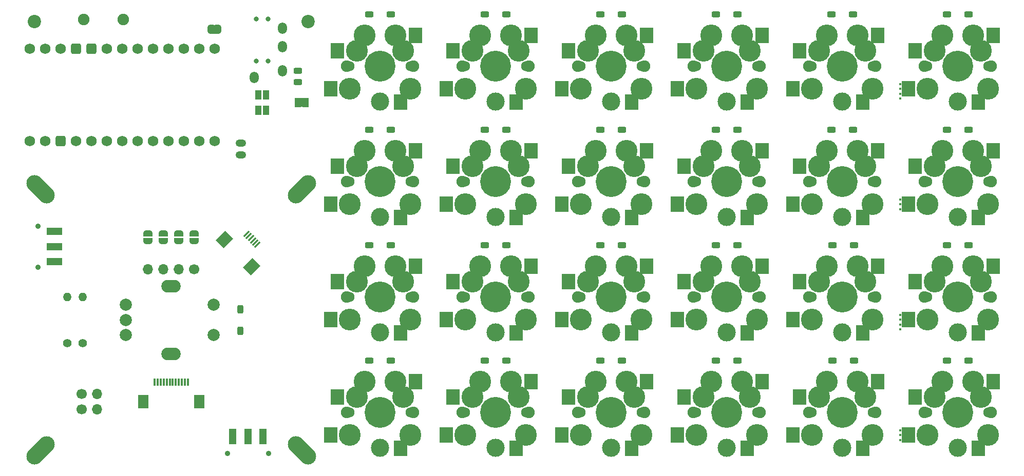
<source format=gbr>
%TF.GenerationSoftware,KiCad,Pcbnew,9.0.6-9.0.6~ubuntu24.04.1*%
%TF.CreationDate,2025-12-15T01:56:44+08:00*%
%TF.ProjectId,TPS,5450532e-6b69-4636-9164-5f7063625858,rev?*%
%TF.SameCoordinates,Original*%
%TF.FileFunction,Soldermask,Bot*%
%TF.FilePolarity,Negative*%
%FSLAX46Y46*%
G04 Gerber Fmt 4.6, Leading zero omitted, Abs format (unit mm)*
G04 Created by KiCad (PCBNEW 9.0.6-9.0.6~ubuntu24.04.1) date 2025-12-15 01:56:44*
%MOMM*%
%LPD*%
G01*
G04 APERTURE LIST*
G04 Aperture macros list*
%AMRoundRect*
0 Rectangle with rounded corners*
0 $1 Rounding radius*
0 $2 $3 $4 $5 $6 $7 $8 $9 X,Y pos of 4 corners*
0 Add a 4 corners polygon primitive as box body*
4,1,4,$2,$3,$4,$5,$6,$7,$8,$9,$2,$3,0*
0 Add four circle primitives for the rounded corners*
1,1,$1+$1,$2,$3*
1,1,$1+$1,$4,$5*
1,1,$1+$1,$6,$7*
1,1,$1+$1,$8,$9*
0 Add four rect primitives between the rounded corners*
20,1,$1+$1,$2,$3,$4,$5,0*
20,1,$1+$1,$4,$5,$6,$7,0*
20,1,$1+$1,$6,$7,$8,$9,0*
20,1,$1+$1,$8,$9,$2,$3,0*%
%AMHorizOval*
0 Thick line with rounded ends*
0 $1 width*
0 $2 $3 position (X,Y) of the first rounded end (center of the circle)*
0 $4 $5 position (X,Y) of the second rounded end (center of the circle)*
0 Add line between two ends*
20,1,$1,$2,$3,$4,$5,0*
0 Add two circle primitives to create the rounded ends*
1,1,$1,$2,$3*
1,1,$1,$4,$5*%
%AMRotRect*
0 Rectangle, with rotation*
0 The origin of the aperture is its center*
0 $1 length*
0 $2 width*
0 $3 Rotation angle, in degrees counterclockwise*
0 Add horizontal line*
21,1,$1,$2,0,0,$3*%
%AMOutline4P*
0 Free polygon, 4 corners , with rotation*
0 The origin of the aperture is its center*
0 number of corners: always 4*
0 $1 to $8 corner X, Y*
0 $9 Rotation angle, in degrees counterclockwise*
0 create outline with 4 corners*
4,1,4,$1,$2,$3,$4,$5,$6,$7,$8,$1,$2,$9*%
%AMFreePoly0*
4,1,23,0.500000,-0.750000,0.000000,-0.750000,0.000000,-0.745722,-0.065263,-0.745722,-0.191342,-0.711940,-0.304381,-0.646677,-0.396677,-0.554381,-0.461940,-0.441342,-0.495722,-0.315263,-0.495722,-0.250000,-0.500000,-0.250000,-0.500000,0.250000,-0.495722,0.250000,-0.495722,0.315263,-0.461940,0.441342,-0.396677,0.554381,-0.304381,0.646677,-0.191342,0.711940,-0.065263,0.745722,0.000000,0.745722,
0.000000,0.750000,0.500000,0.750000,0.500000,-0.750000,0.500000,-0.750000,$1*%
%AMFreePoly1*
4,1,23,0.000000,0.745722,0.065263,0.745722,0.191342,0.711940,0.304381,0.646677,0.396677,0.554381,0.461940,0.441342,0.495722,0.315263,0.495722,0.250000,0.500000,0.250000,0.500000,-0.250000,0.495722,-0.250000,0.495722,-0.315263,0.461940,-0.441342,0.396677,-0.554381,0.304381,-0.646677,0.191342,-0.711940,0.065263,-0.745722,0.000000,-0.745722,0.000000,-0.750000,-0.500000,-0.750000,
-0.500000,0.750000,0.000000,0.750000,0.000000,0.745722,0.000000,0.745722,$1*%
G04 Aperture macros list end*
%ADD10C,0.800000*%
%ADD11O,1.500000X1.900000*%
%ADD12RoundRect,0.250000X0.450000X0.250000X-0.450000X0.250000X-0.450000X-0.250000X0.450000X-0.250000X0*%
%ADD13HorizOval,2.700000X0.989949X0.989949X-0.989949X-0.989949X0*%
%ADD14C,0.450000*%
%ADD15C,1.900000*%
%ADD16C,1.750000*%
%ADD17C,5.100000*%
%ADD18C,3.000000*%
%ADD19Outline4P,-1.079500X-1.250000X1.079500X-1.250000X1.079500X1.250000X-1.079500X1.250000X180.000000*%
%ADD20C,3.600000*%
%ADD21C,2.200000*%
%ADD22RoundRect,0.250000X0.250000X-0.450000X0.250000X0.450000X-0.250000X0.450000X-0.250000X-0.450000X0*%
%ADD23C,2.000000*%
%ADD24O,3.200000X2.100000*%
%ADD25C,1.400000*%
%ADD26O,1.400000X1.400000*%
%ADD27HorizOval,2.700000X-0.989949X-0.989949X0.989949X0.989949X0*%
%ADD28C,0.900000*%
%ADD29Outline4P,-0.600000X-1.250000X0.600000X-1.250000X0.600000X1.250000X-0.600000X1.250000X270.000000*%
%ADD30C,1.700000*%
%ADD31O,1.700000X1.700000*%
%ADD32HorizOval,2.700000X-0.989949X0.989949X0.989949X-0.989949X0*%
%ADD33O,1.750000X1.200000*%
%ADD34Outline4P,-0.600000X-1.250000X0.600000X-1.250000X0.600000X1.250000X-0.600000X1.250000X0.000000*%
%ADD35RoundRect,0.243750X0.456250X-0.243750X0.456250X0.243750X-0.456250X0.243750X-0.456250X-0.243750X0*%
%ADD36FreePoly0,90.000000*%
%ADD37FreePoly1,90.000000*%
%ADD38R,1.000000X1.500000*%
%ADD39RotRect,0.300000X1.300000X135.000000*%
%ADD40RotRect,1.800000X2.200000X135.000000*%
%ADD41FreePoly0,0.000000*%
%ADD42FreePoly1,0.000000*%
%ADD43R,0.300000X1.300000*%
%ADD44R,1.800000X2.200000*%
%ADD45C,1.752600*%
%ADD46RoundRect,0.438150X-0.438150X-0.438150X0.438150X-0.438150X0.438150X0.438150X-0.438150X0.438150X0*%
G04 APERTURE END LIST*
%TO.C,JP14*%
G36*
X70166000Y-33251000D02*
G01*
X70466000Y-33251000D01*
X70466000Y-31751000D01*
X70166000Y-31751000D01*
X70166000Y-33251000D01*
G37*
%TO.C,JP16*%
G36*
X84560000Y-45283000D02*
G01*
X84860000Y-45283000D01*
X84860000Y-43783000D01*
X84560000Y-43783000D01*
X84560000Y-45283000D01*
G37*
%TD*%
D10*
%TO.C,J9*%
X77214000Y-30750000D03*
X77214000Y-37750000D03*
X79214000Y-30750000D03*
X79214000Y-37750000D03*
D11*
X81514000Y-35350000D03*
X81514000Y-32302000D03*
X76914000Y-40450000D03*
X81514000Y-39350000D03*
%TD*%
D12*
%TO.C,D13*%
X153025000Y-30000000D03*
X156575000Y-30000000D03*
%TD*%
D13*
%TO.C,H10*%
X84775000Y-58886000D03*
%TD*%
D12*
%TO.C,D20*%
X172205000Y-87150000D03*
X175755000Y-87150000D03*
%TD*%
D14*
%TO.C,H16*%
X183375000Y-82025000D03*
X183375000Y-81225000D03*
X183375000Y-80425000D03*
X183375000Y-79625000D03*
%TD*%
D15*
%TO.C,K16*%
X149300000Y-95675000D03*
D16*
X149720000Y-95675000D03*
D17*
X154800000Y-95675000D03*
D18*
X154800000Y-101575000D03*
D16*
X159880000Y-95675000D03*
D15*
X160300000Y-95675000D03*
D19*
X146629000Y-99475000D03*
X147803000Y-93135000D03*
D20*
X149800000Y-99475000D03*
X150990000Y-93135000D03*
X152260000Y-90595000D03*
X157340000Y-90595000D03*
D19*
X158181000Y-101675000D03*
D20*
X158610000Y-93135000D03*
X159800000Y-99475000D03*
D19*
X160596000Y-90595000D03*
%TD*%
D21*
%TO.C,H7*%
X85775000Y-31200000D03*
%TD*%
D12*
%TO.C,D1*%
X95875000Y-30000000D03*
X99425000Y-30000000D03*
%TD*%
%TO.C,D18*%
X172075000Y-49050000D03*
X175625000Y-49050000D03*
%TD*%
D15*
%TO.C,K3*%
X92150000Y-76625000D03*
D16*
X92570000Y-76625000D03*
D17*
X97650000Y-76625000D03*
D18*
X97650000Y-82525000D03*
D16*
X102730000Y-76625000D03*
D15*
X103150000Y-76625000D03*
D19*
X89479000Y-80425000D03*
X90653000Y-74085000D03*
D20*
X92650000Y-80425000D03*
X93840000Y-74085000D03*
X95110000Y-71545000D03*
X100190000Y-71545000D03*
D19*
X101031000Y-82625000D03*
D20*
X101460000Y-74085000D03*
X102650000Y-80425000D03*
D19*
X103446000Y-71545000D03*
%TD*%
D15*
%TO.C,K4*%
X92150000Y-95675000D03*
D16*
X92570000Y-95675000D03*
D17*
X97650000Y-95675000D03*
D18*
X97650000Y-101575000D03*
D16*
X102730000Y-95675000D03*
D15*
X103150000Y-95675000D03*
D19*
X89479000Y-99475000D03*
X90653000Y-93135000D03*
D20*
X92650000Y-99475000D03*
X93840000Y-93135000D03*
X95110000Y-90595000D03*
X100190000Y-90595000D03*
D19*
X101031000Y-101675000D03*
D20*
X101460000Y-93135000D03*
X102650000Y-99475000D03*
D19*
X103446000Y-90595000D03*
%TD*%
D12*
%TO.C,D22*%
X191125000Y-49050000D03*
X194675000Y-49050000D03*
%TD*%
D15*
%TO.C,K1*%
X92150000Y-38525000D03*
D16*
X92570000Y-38525000D03*
D17*
X97650000Y-38525000D03*
D18*
X97650000Y-44425000D03*
D16*
X102730000Y-38525000D03*
D15*
X103150000Y-38525000D03*
D19*
X89479000Y-42325000D03*
X90653000Y-35985000D03*
D20*
X92650000Y-42325000D03*
X93840000Y-35985000D03*
X95110000Y-33445000D03*
X100190000Y-33445000D03*
D19*
X101031000Y-44525000D03*
D20*
X101460000Y-35985000D03*
X102650000Y-42325000D03*
D19*
X103446000Y-33445000D03*
%TD*%
D12*
%TO.C,D6*%
X114925000Y-49050000D03*
X118475000Y-49050000D03*
%TD*%
D15*
%TO.C,K7*%
X111200000Y-76625000D03*
D16*
X111620000Y-76625000D03*
D17*
X116700000Y-76625000D03*
D18*
X116700000Y-82525000D03*
D16*
X121780000Y-76625000D03*
D15*
X122200000Y-76625000D03*
D19*
X108529000Y-80425000D03*
X109703000Y-74085000D03*
D20*
X111700000Y-80425000D03*
X112890000Y-74085000D03*
X114160000Y-71545000D03*
X119240000Y-71545000D03*
D19*
X120081000Y-82625000D03*
D20*
X120510000Y-74085000D03*
X121700000Y-80425000D03*
D19*
X122496000Y-71545000D03*
%TD*%
D15*
%TO.C,K9*%
X130250000Y-38525000D03*
D16*
X130670000Y-38525000D03*
D17*
X135750000Y-38525000D03*
D18*
X135750000Y-44425000D03*
D16*
X140830000Y-38525000D03*
D15*
X141250000Y-38525000D03*
D19*
X127579000Y-42325000D03*
X128753000Y-35985000D03*
D20*
X130750000Y-42325000D03*
X131940000Y-35985000D03*
X133210000Y-33445000D03*
X138290000Y-33445000D03*
D19*
X139131000Y-44525000D03*
D20*
X139560000Y-35985000D03*
X140750000Y-42325000D03*
D19*
X141546000Y-33445000D03*
%TD*%
D12*
%TO.C,D2*%
X95875000Y-49050000D03*
X99425000Y-49050000D03*
%TD*%
%TO.C,D7*%
X114925000Y-68100000D03*
X118475000Y-68100000D03*
%TD*%
D14*
%TO.C,H17*%
X183375000Y-100275000D03*
X183375000Y-99475000D03*
X183375000Y-98675000D03*
%TD*%
D15*
%TO.C,K17*%
X168350000Y-38525000D03*
D16*
X168770000Y-38525000D03*
D17*
X173850000Y-38525000D03*
D18*
X173850000Y-44425000D03*
D16*
X178930000Y-38525000D03*
D15*
X179350000Y-38525000D03*
D19*
X165679000Y-42325000D03*
X166853000Y-35985000D03*
D20*
X168850000Y-42325000D03*
X170040000Y-35985000D03*
X171310000Y-33445000D03*
X176390000Y-33445000D03*
D19*
X177231000Y-44525000D03*
D20*
X177660000Y-35985000D03*
X178850000Y-42325000D03*
D19*
X179646000Y-33445000D03*
%TD*%
D15*
%TO.C,K22*%
X187400000Y-57575000D03*
D16*
X187820000Y-57575000D03*
D17*
X192900000Y-57575000D03*
D18*
X192900000Y-63475000D03*
D16*
X197980000Y-57575000D03*
D15*
X198400000Y-57575000D03*
D19*
X184729000Y-61375000D03*
X185903000Y-55035000D03*
D20*
X187900000Y-61375000D03*
X189090000Y-55035000D03*
X190360000Y-52495000D03*
X195440000Y-52495000D03*
D19*
X196281000Y-63575000D03*
D20*
X196710000Y-55035000D03*
X197900000Y-61375000D03*
D19*
X198696000Y-52495000D03*
%TD*%
D21*
%TO.C,H6*%
X40661000Y-31200000D03*
%TD*%
D14*
%TO.C,H15*%
X183375000Y-62175000D03*
X183375000Y-61375000D03*
X183375000Y-60575000D03*
%TD*%
D15*
%TO.C,K21*%
X187400000Y-38525000D03*
D16*
X187820000Y-38525000D03*
D17*
X192900000Y-38525000D03*
D18*
X192900000Y-44425000D03*
D16*
X197980000Y-38525000D03*
D15*
X198400000Y-38525000D03*
D19*
X184729000Y-42325000D03*
X185903000Y-35985000D03*
D20*
X187900000Y-42325000D03*
X189090000Y-35985000D03*
X190360000Y-33445000D03*
X195440000Y-33445000D03*
D19*
X196281000Y-44525000D03*
D20*
X196710000Y-35985000D03*
X197900000Y-42325000D03*
D19*
X198696000Y-33445000D03*
%TD*%
D12*
%TO.C,D19*%
X172205000Y-68100000D03*
X175755000Y-68100000D03*
%TD*%
D15*
%TO.C,K23*%
X187400000Y-76625000D03*
D16*
X187820000Y-76625000D03*
D17*
X192900000Y-76625000D03*
D18*
X192900000Y-82525000D03*
D16*
X197980000Y-76625000D03*
D15*
X198400000Y-76625000D03*
D19*
X184729000Y-80425000D03*
X185903000Y-74085000D03*
D20*
X187900000Y-80425000D03*
X189090000Y-74085000D03*
X190360000Y-71545000D03*
X195440000Y-71545000D03*
D19*
X196281000Y-82625000D03*
D20*
X196710000Y-74085000D03*
X197900000Y-80425000D03*
D19*
X198696000Y-71545000D03*
%TD*%
D12*
%TO.C,D12*%
X133975000Y-87150000D03*
X137525000Y-87150000D03*
%TD*%
D22*
%TO.C,D25*%
X74638000Y-78668000D03*
X74638000Y-82218000D03*
%TD*%
D15*
%TO.C,K18*%
X168350000Y-57575000D03*
D16*
X168770000Y-57575000D03*
D17*
X173850000Y-57575000D03*
D18*
X173850000Y-63475000D03*
D16*
X178930000Y-57575000D03*
D15*
X179350000Y-57575000D03*
D19*
X165679000Y-61375000D03*
X166853000Y-55035000D03*
D20*
X168850000Y-61375000D03*
X170040000Y-55035000D03*
X171310000Y-52495000D03*
X176390000Y-52495000D03*
D19*
X177231000Y-63575000D03*
D20*
X177660000Y-55035000D03*
X178850000Y-61375000D03*
D19*
X179646000Y-52495000D03*
%TD*%
D12*
%TO.C,D4*%
X95875000Y-87150000D03*
X99425000Y-87150000D03*
%TD*%
%TO.C,D14*%
X153025000Y-49050000D03*
X156575000Y-49050000D03*
%TD*%
%TO.C,D11*%
X133975000Y-68100000D03*
X137525000Y-68100000D03*
%TD*%
%TO.C,D10*%
X133975000Y-49050000D03*
X137525000Y-49050000D03*
%TD*%
D23*
%TO.C,K25*%
X55718000Y-77943000D03*
X55718000Y-82943000D03*
X55718000Y-80443000D03*
D24*
X63218000Y-74843000D03*
X63218000Y-86043000D03*
D23*
X70218000Y-77943000D03*
X70218000Y-82943000D03*
%TD*%
D15*
%TO.C,K13*%
X149300000Y-38525000D03*
D16*
X149720000Y-38525000D03*
D17*
X154800000Y-38525000D03*
D18*
X154800000Y-44425000D03*
D16*
X159880000Y-38525000D03*
D15*
X160300000Y-38525000D03*
D19*
X146629000Y-42325000D03*
X147803000Y-35985000D03*
D20*
X149800000Y-42325000D03*
X150990000Y-35985000D03*
X152260000Y-33445000D03*
X157340000Y-33445000D03*
D19*
X158181000Y-44525000D03*
D20*
X158610000Y-35985000D03*
X159800000Y-42325000D03*
D19*
X160596000Y-33445000D03*
%TD*%
D25*
%TO.C,R1*%
X46110000Y-84253000D03*
D26*
X46110000Y-76633000D03*
%TD*%
D27*
%TO.C,H9*%
X41661000Y-102000000D03*
%TD*%
D15*
%TO.C,K12*%
X130250000Y-95675000D03*
D16*
X130670000Y-95675000D03*
D17*
X135750000Y-95675000D03*
D18*
X135750000Y-101575000D03*
D16*
X140830000Y-95675000D03*
D15*
X141250000Y-95675000D03*
D19*
X127579000Y-99475000D03*
X128753000Y-93135000D03*
D20*
X130750000Y-99475000D03*
X131940000Y-93135000D03*
X133210000Y-90595000D03*
X138290000Y-90595000D03*
D19*
X139131000Y-101675000D03*
D20*
X139560000Y-93135000D03*
X140750000Y-99475000D03*
D19*
X141546000Y-90595000D03*
%TD*%
D12*
%TO.C,D16*%
X153025000Y-87150000D03*
X156575000Y-87150000D03*
%TD*%
%TO.C,D17*%
X172075000Y-30000000D03*
X175625000Y-30000000D03*
%TD*%
D28*
%TO.C,SW2*%
X41214000Y-64950000D03*
X41214000Y-71750000D03*
D29*
X43964000Y-65850000D03*
X43964000Y-68350000D03*
X43964000Y-70850000D03*
%TD*%
D15*
%TO.C,SW1*%
X55271000Y-30823000D03*
X48771000Y-30823000D03*
%TD*%
%TO.C,K14*%
X149300000Y-57575000D03*
D16*
X149720000Y-57575000D03*
D17*
X154800000Y-57575000D03*
D18*
X154800000Y-63475000D03*
D16*
X159880000Y-57575000D03*
D15*
X160300000Y-57575000D03*
D19*
X146629000Y-61375000D03*
X147803000Y-55035000D03*
D20*
X149800000Y-61375000D03*
X150990000Y-55035000D03*
X152260000Y-52495000D03*
X157340000Y-52495000D03*
D19*
X158181000Y-63575000D03*
D20*
X158610000Y-55035000D03*
X159800000Y-61375000D03*
D19*
X160596000Y-52495000D03*
%TD*%
D30*
%TO.C,J7*%
X48439000Y-95222000D03*
D31*
X50979000Y-95222000D03*
%TD*%
D12*
%TO.C,D3*%
X95875000Y-68100000D03*
X99425000Y-68100000D03*
%TD*%
D15*
%TO.C,K5*%
X111200000Y-38525000D03*
D16*
X111620000Y-38525000D03*
D17*
X116700000Y-38525000D03*
D18*
X116700000Y-44425000D03*
D16*
X121780000Y-38525000D03*
D15*
X122200000Y-38525000D03*
D19*
X108529000Y-42325000D03*
X109703000Y-35985000D03*
D20*
X111700000Y-42325000D03*
X112890000Y-35985000D03*
X114160000Y-33445000D03*
X119240000Y-33445000D03*
D19*
X120081000Y-44525000D03*
D20*
X120510000Y-35985000D03*
X121700000Y-42325000D03*
D19*
X122496000Y-33445000D03*
%TD*%
D15*
%TO.C,K11*%
X130250000Y-76625000D03*
D16*
X130670000Y-76625000D03*
D17*
X135750000Y-76625000D03*
D18*
X135750000Y-82525000D03*
D16*
X140830000Y-76625000D03*
D15*
X141250000Y-76625000D03*
D19*
X127579000Y-80425000D03*
X128753000Y-74085000D03*
D20*
X130750000Y-80425000D03*
X131940000Y-74085000D03*
X133210000Y-71545000D03*
X138290000Y-71545000D03*
D19*
X139131000Y-82625000D03*
D20*
X139560000Y-74085000D03*
X140750000Y-80425000D03*
D19*
X141546000Y-71545000D03*
%TD*%
D12*
%TO.C,D15*%
X153025000Y-68100000D03*
X156575000Y-68100000D03*
%TD*%
D15*
%TO.C,K20*%
X168350000Y-95675000D03*
D16*
X168770000Y-95675000D03*
D17*
X173850000Y-95675000D03*
D18*
X173850000Y-101575000D03*
D16*
X178930000Y-95675000D03*
D15*
X179350000Y-95675000D03*
D19*
X165679000Y-99475000D03*
X166853000Y-93135000D03*
D20*
X168850000Y-99475000D03*
X170040000Y-93135000D03*
X171310000Y-90595000D03*
X176390000Y-90595000D03*
D19*
X177231000Y-101675000D03*
D20*
X177660000Y-93135000D03*
X178850000Y-99475000D03*
D19*
X179646000Y-90595000D03*
%TD*%
D15*
%TO.C,K15*%
X149300000Y-76625000D03*
D16*
X149720000Y-76625000D03*
D17*
X154800000Y-76625000D03*
D18*
X154800000Y-82525000D03*
D16*
X159880000Y-76625000D03*
D15*
X160300000Y-76625000D03*
D19*
X146629000Y-80425000D03*
X147803000Y-74085000D03*
D20*
X149800000Y-80425000D03*
X150990000Y-74085000D03*
X152260000Y-71545000D03*
X157340000Y-71545000D03*
D19*
X158181000Y-82625000D03*
D20*
X158610000Y-74085000D03*
X159800000Y-80425000D03*
D19*
X160596000Y-71545000D03*
%TD*%
D32*
%TO.C,H8*%
X41661000Y-58886000D03*
%TD*%
D12*
%TO.C,D8*%
X114925000Y-87150000D03*
X118475000Y-87150000D03*
%TD*%
D15*
%TO.C,K10*%
X130250000Y-57575000D03*
D16*
X130670000Y-57575000D03*
D17*
X135750000Y-57575000D03*
D18*
X135750000Y-63475000D03*
D16*
X140830000Y-57575000D03*
D15*
X141250000Y-57575000D03*
D19*
X127579000Y-61375000D03*
X128753000Y-55035000D03*
D20*
X130750000Y-61375000D03*
X131940000Y-55035000D03*
X133210000Y-52495000D03*
X138290000Y-52495000D03*
D19*
X139131000Y-63575000D03*
D20*
X139560000Y-55035000D03*
X140750000Y-61375000D03*
D19*
X141546000Y-52495000D03*
%TD*%
D12*
%TO.C,D9*%
X133975000Y-30000000D03*
X137525000Y-30000000D03*
%TD*%
D33*
%TO.C,J4*%
X74731000Y-53236000D03*
X74731000Y-51236000D03*
%TD*%
D12*
%TO.C,D24*%
X191125000Y-87150000D03*
X194675000Y-87150000D03*
%TD*%
D30*
%TO.C,J1*%
X67027500Y-72073000D03*
D31*
X64487500Y-72073000D03*
X61947500Y-72073000D03*
X59407500Y-72073000D03*
%TD*%
D15*
%TO.C,K6*%
X111200000Y-57575000D03*
D16*
X111620000Y-57575000D03*
D17*
X116700000Y-57575000D03*
D18*
X116700000Y-63475000D03*
D16*
X121780000Y-57575000D03*
D15*
X122200000Y-57575000D03*
D19*
X108529000Y-61375000D03*
X109703000Y-55035000D03*
D20*
X111700000Y-61375000D03*
X112890000Y-55035000D03*
X114160000Y-52495000D03*
X119240000Y-52495000D03*
D19*
X120081000Y-63575000D03*
D20*
X120510000Y-55035000D03*
X121700000Y-61375000D03*
D19*
X122496000Y-52495000D03*
%TD*%
D30*
%TO.C,J8*%
X48439000Y-92682000D03*
D31*
X50979000Y-92682000D03*
%TD*%
D32*
%TO.C,H11*%
X84775000Y-102000000D03*
%TD*%
D25*
%TO.C,R2*%
X48650000Y-84253000D03*
D26*
X48650000Y-76633000D03*
%TD*%
D12*
%TO.C,D21*%
X191125000Y-30000000D03*
X194675000Y-30000000D03*
%TD*%
%TO.C,D5*%
X114925000Y-30000000D03*
X118475000Y-30000000D03*
%TD*%
D15*
%TO.C,K2*%
X92150000Y-57575000D03*
D16*
X92570000Y-57575000D03*
D17*
X97650000Y-57575000D03*
D18*
X97650000Y-63475000D03*
D16*
X102730000Y-57575000D03*
D15*
X103150000Y-57575000D03*
D19*
X89479000Y-61375000D03*
X90653000Y-55035000D03*
D20*
X92650000Y-61375000D03*
X93840000Y-55035000D03*
X95110000Y-52495000D03*
X100190000Y-52495000D03*
D19*
X101031000Y-63575000D03*
D20*
X101460000Y-55035000D03*
X102650000Y-61375000D03*
D19*
X103446000Y-52495000D03*
%TD*%
D28*
%TO.C,SW3*%
X72452000Y-102447000D03*
X79252000Y-102447000D03*
D34*
X73352000Y-99697000D03*
X75852000Y-99697000D03*
X78352000Y-99697000D03*
%TD*%
D12*
%TO.C,D23*%
X191125000Y-68100000D03*
X194675000Y-68100000D03*
%TD*%
D15*
%TO.C,K24*%
X187400000Y-95675000D03*
D16*
X187820000Y-95675000D03*
D17*
X192900000Y-95675000D03*
D18*
X192900000Y-101575000D03*
D16*
X197980000Y-95675000D03*
D15*
X198400000Y-95675000D03*
D19*
X184729000Y-99475000D03*
X185903000Y-93135000D03*
D20*
X187900000Y-99475000D03*
X189090000Y-93135000D03*
X190360000Y-90595000D03*
X195440000Y-90595000D03*
D19*
X196281000Y-101675000D03*
D20*
X196710000Y-93135000D03*
X197900000Y-99475000D03*
D19*
X198696000Y-90595000D03*
%TD*%
D15*
%TO.C,K8*%
X111200000Y-95675000D03*
D16*
X111620000Y-95675000D03*
D17*
X116700000Y-95675000D03*
D18*
X116700000Y-101575000D03*
D16*
X121780000Y-95675000D03*
D15*
X122200000Y-95675000D03*
D19*
X108529000Y-99475000D03*
X109703000Y-93135000D03*
D20*
X111700000Y-99475000D03*
X112890000Y-93135000D03*
X114160000Y-90595000D03*
X119240000Y-90595000D03*
D19*
X120081000Y-101675000D03*
D20*
X120510000Y-93135000D03*
X121700000Y-99475000D03*
D19*
X122496000Y-90595000D03*
%TD*%
D14*
%TO.C,H14*%
X183375000Y-43925000D03*
X183375000Y-43125000D03*
X183375000Y-42325000D03*
X183375000Y-41525000D03*
%TD*%
D15*
%TO.C,K19*%
X168350000Y-76625000D03*
D16*
X168770000Y-76625000D03*
D17*
X173850000Y-76625000D03*
D18*
X173850000Y-82525000D03*
D16*
X178930000Y-76625000D03*
D15*
X179350000Y-76625000D03*
D19*
X165679000Y-80425000D03*
X166853000Y-74085000D03*
D20*
X168850000Y-80425000D03*
X170040000Y-74085000D03*
X171310000Y-71545000D03*
X176390000Y-71545000D03*
D19*
X177231000Y-82625000D03*
D20*
X177660000Y-74085000D03*
X178850000Y-80425000D03*
D19*
X179646000Y-71545000D03*
%TD*%
D35*
%TO.C,F1*%
X84060000Y-41217500D03*
X84060000Y-39342500D03*
%TD*%
D36*
%TO.C,JP9*%
X67027500Y-67443000D03*
D37*
X67027500Y-66143000D03*
%TD*%
D36*
%TO.C,JP12*%
X59407500Y-67443000D03*
D37*
X59407500Y-66143000D03*
%TD*%
D38*
%TO.C,JP3*%
X78864000Y-45803000D03*
X77564000Y-45803000D03*
%TD*%
D36*
%TO.C,JP11*%
X61947500Y-67443000D03*
D37*
X61947500Y-66143000D03*
%TD*%
D36*
%TO.C,JP10*%
X64487500Y-67443000D03*
D37*
X64487500Y-66143000D03*
%TD*%
D38*
%TO.C,JP4*%
X78864000Y-43263000D03*
X77564000Y-43263000D03*
%TD*%
D39*
%TO.C,J6*%
X77410031Y-68018736D03*
X77056478Y-67665183D03*
X76702924Y-67311629D03*
X76349371Y-66958076D03*
X75995817Y-66604522D03*
X75642264Y-66250969D03*
D40*
X76455437Y-71660336D03*
X72000664Y-67205563D03*
%TD*%
D41*
%TO.C,JP14*%
X69666000Y-32501000D03*
D42*
X70966000Y-32501000D03*
%TD*%
D38*
%TO.C,JP16*%
X84060000Y-44533000D03*
X85360000Y-44533000D03*
%TD*%
D43*
%TO.C,J3*%
X65968000Y-90702000D03*
X65468000Y-90702000D03*
X64968000Y-90702000D03*
X64468000Y-90702000D03*
X63968000Y-90702000D03*
X63468000Y-90702000D03*
X62968000Y-90702000D03*
X62468000Y-90702000D03*
X61968000Y-90702000D03*
X61468000Y-90702000D03*
X60968000Y-90702000D03*
X60468000Y-90702000D03*
D44*
X67868000Y-93952000D03*
X58568000Y-93952000D03*
%TD*%
D45*
%TO.C,U1*%
X39881000Y-35681000D03*
X42421000Y-35681000D03*
X44961000Y-35681000D03*
D46*
X47501000Y-35681000D03*
X50041000Y-35681000D03*
D45*
X52581000Y-35681000D03*
X55121000Y-35681000D03*
X57661000Y-35681000D03*
X60201000Y-35681000D03*
X62741000Y-35681000D03*
X65281000Y-35681000D03*
X67821000Y-35681000D03*
X70361000Y-35681000D03*
X70361000Y-50921000D03*
X67821000Y-50921000D03*
X65281000Y-50921000D03*
X62741000Y-50921000D03*
X60201000Y-50921000D03*
X57661000Y-50921000D03*
X55121000Y-50921000D03*
X52581000Y-50921000D03*
X50041000Y-50921000D03*
X47501000Y-50921000D03*
D46*
X44961000Y-50921000D03*
D45*
X42421000Y-50921000D03*
X39881000Y-50921000D03*
%TD*%
M02*

</source>
